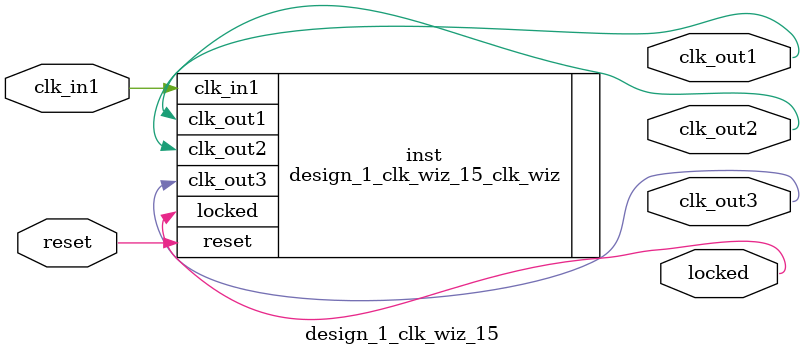
<source format=v>


`timescale 1ps/1ps

(* CORE_GENERATION_INFO = "design_1_clk_wiz_15,clk_wiz_v6_0_15_0_0,{component_name=design_1_clk_wiz_15,use_phase_alignment=true,use_min_o_jitter=false,use_max_i_jitter=false,use_dyn_phase_shift=false,use_inclk_switchover=false,use_dyn_reconfig=false,enable_axi=0,feedback_source=FDBK_AUTO,PRIMITIVE=MMCM,num_out_clk=3,clkin1_period=83.333,clkin2_period=10.0,use_power_down=false,use_reset=true,use_locked=true,use_inclk_stopped=false,feedback_type=SINGLE,CLOCK_MGR_TYPE=NA,manual_override=false}" *)

module design_1_clk_wiz_15 
 (
  // Clock out ports
  output        clk_out1,
  output        clk_out2,
  output        clk_out3,
  // Status and control signals
  input         reset,
  output        locked,
 // Clock in ports
  input         clk_in1
 );

  design_1_clk_wiz_15_clk_wiz inst
  (
  // Clock out ports  
  .clk_out1(clk_out1),
  .clk_out2(clk_out2),
  .clk_out3(clk_out3),
  // Status and control signals               
  .reset(reset), 
  .locked(locked),
 // Clock in ports
  .clk_in1(clk_in1)
  );

endmodule

</source>
